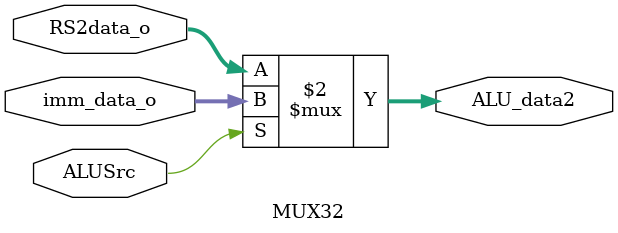
<source format=v>
module MUX32
(
    ALUSrc,
    RS2data_o,
    imm_data_o,
    ALU_data2
);

input           ALUSrc;
input   [31:0]  RS2data_o;
input   [31:0]  imm_data_o;
output  [31:0]  ALU_data2;

assign  ALU_data2 = (ALUSrc == 1'b0) ? RS2data_o : imm_data_o;

endmodule
</source>
